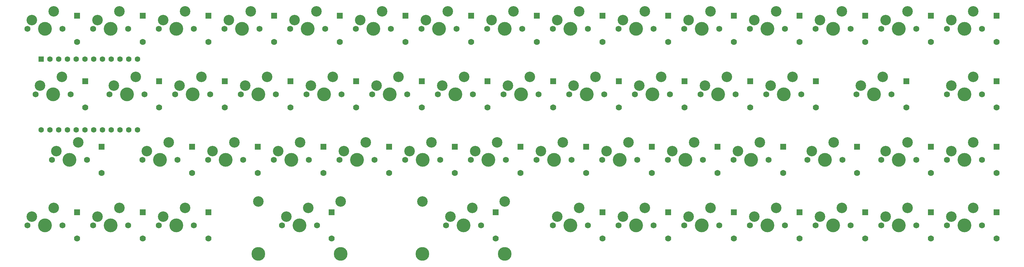
<source format=gts>
%TF.GenerationSoftware,KiCad,Pcbnew,(6.0.10)*%
%TF.CreationDate,2023-01-15T11:01:46+05:00*%
%TF.ProjectId,key55,6b657935-352e-46b6-9963-61645f706362,rev?*%
%TF.SameCoordinates,Original*%
%TF.FileFunction,Soldermask,Top*%
%TF.FilePolarity,Negative*%
%FSLAX46Y46*%
G04 Gerber Fmt 4.6, Leading zero omitted, Abs format (unit mm)*
G04 Created by KiCad (PCBNEW (6.0.10)) date 2023-01-15 11:01:46*
%MOMM*%
%LPD*%
G01*
G04 APERTURE LIST*
%ADD10C,1.750000*%
%ADD11C,4.000000*%
%ADD12C,3.050000*%
%ADD13C,1.778000*%
%ADD14R,1.778000X1.778000*%
%ADD15C,3.987800*%
%ADD16C,3.048000*%
%ADD17R,1.600000X1.600000*%
%ADD18C,1.600000*%
G04 APERTURE END LIST*
D10*
%TO.C,K44*%
X27305000Y-79375000D03*
X17145000Y-79375000D03*
D11*
X22225000Y-79375000D03*
D12*
X24765000Y-74295000D03*
X18415000Y-76835000D03*
%TD*%
D13*
%TO.C,D39*%
X217283000Y-64135000D03*
D14*
X217283000Y-56515000D03*
%TD*%
D10*
%TO.C,K49*%
X169545000Y-79375000D03*
D11*
X174625000Y-79375000D03*
D12*
X170815000Y-76835000D03*
X177165000Y-74295000D03*
D10*
X179705000Y-79375000D03*
%TD*%
D12*
%TO.C,K1*%
X24765000Y-17145000D03*
D10*
X27305000Y-22225000D03*
D12*
X18415000Y-19685000D03*
D11*
X22225000Y-22225000D03*
D10*
X17145000Y-22225000D03*
%TD*%
D12*
%TO.C,K7*%
X139065000Y-17145000D03*
X132715000Y-19685000D03*
D10*
X141605000Y-22225000D03*
X131445000Y-22225000D03*
D11*
X136525000Y-22225000D03*
%TD*%
D13*
%TO.C,D12*%
X241095500Y-26035000D03*
D14*
X241095500Y-18415000D03*
%TD*%
D10*
%TO.C,K10*%
X198755000Y-22225000D03*
D12*
X189865000Y-19685000D03*
D10*
X188595000Y-22225000D03*
D12*
X196215000Y-17145000D03*
D11*
X193675000Y-22225000D03*
%TD*%
D15*
%TO.C,REF\u002A\u002A*%
X131730750Y-87600000D03*
X155606750Y-87600000D03*
D16*
X131730750Y-72390000D03*
X155606750Y-72390000D03*
%TD*%
D13*
%TO.C,D9*%
X183945500Y-26035000D03*
D14*
X183945500Y-18415000D03*
%TD*%
D13*
%TO.C,D54*%
X279195500Y-83185000D03*
D14*
X279195500Y-75565000D03*
%TD*%
D13*
%TO.C,D52*%
X241095500Y-83185000D03*
D14*
X241095500Y-75565000D03*
%TD*%
D10*
%TO.C,K34*%
X107632500Y-60325000D03*
X117792500Y-60325000D03*
D11*
X112712500Y-60325000D03*
D12*
X115252500Y-55245000D03*
X108902500Y-57785000D03*
%TD*%
%TO.C,K11*%
X215265000Y-17145000D03*
D10*
X217805000Y-22225000D03*
D11*
X212725000Y-22225000D03*
D10*
X207645000Y-22225000D03*
D12*
X208915000Y-19685000D03*
%TD*%
D13*
%TO.C,D55*%
X298245500Y-83185000D03*
D14*
X298245500Y-75565000D03*
%TD*%
D13*
%TO.C,D47*%
X105364250Y-83185000D03*
D14*
X105364250Y-75565000D03*
%TD*%
D13*
%TO.C,D33*%
X102983000Y-64135000D03*
D14*
X102983000Y-56515000D03*
%TD*%
D13*
%TO.C,D48*%
X152989250Y-83185000D03*
D14*
X152989250Y-75565000D03*
%TD*%
D10*
%TO.C,K18*%
X60007500Y-41275000D03*
X70167500Y-41275000D03*
D11*
X65087500Y-41275000D03*
D12*
X67627500Y-36195000D03*
X61277500Y-38735000D03*
%TD*%
%TO.C,K54*%
X272415000Y-74295000D03*
D11*
X269875000Y-79375000D03*
D10*
X264795000Y-79375000D03*
D12*
X266065000Y-76835000D03*
D10*
X274955000Y-79375000D03*
%TD*%
D13*
%TO.C,D37*%
X179183000Y-64135000D03*
D14*
X179183000Y-56515000D03*
%TD*%
D13*
%TO.C,D2*%
X50595500Y-26035000D03*
D14*
X50595500Y-18415000D03*
%TD*%
D13*
%TO.C,D19*%
X93458000Y-45085000D03*
D14*
X93458000Y-37465000D03*
%TD*%
D13*
%TO.C,D1*%
X31545500Y-26035000D03*
D14*
X31545500Y-18415000D03*
%TD*%
D13*
%TO.C,D3*%
X69645500Y-26035000D03*
D14*
X69645500Y-18415000D03*
%TD*%
D12*
%TO.C,K27*%
X232727500Y-38735000D03*
X239077500Y-36195000D03*
D10*
X241617500Y-41275000D03*
X231457500Y-41275000D03*
D11*
X236537500Y-41275000D03*
%TD*%
D12*
%TO.C,K22*%
X137477500Y-38735000D03*
D10*
X146367500Y-41275000D03*
X136207500Y-41275000D03*
D11*
X141287500Y-41275000D03*
D12*
X143827500Y-36195000D03*
%TD*%
D13*
%TO.C,D36*%
X160133000Y-64135000D03*
D14*
X160133000Y-56515000D03*
%TD*%
D13*
%TO.C,D14*%
X279195500Y-26035000D03*
D14*
X279195500Y-18415000D03*
%TD*%
D12*
%TO.C,K35*%
X127952500Y-57785000D03*
X134302500Y-55245000D03*
D10*
X126682500Y-60325000D03*
D11*
X131762500Y-60325000D03*
D10*
X136842500Y-60325000D03*
%TD*%
%TO.C,K9*%
X179705000Y-22225000D03*
X169545000Y-22225000D03*
D12*
X170815000Y-19685000D03*
D11*
X174625000Y-22225000D03*
D12*
X177165000Y-17145000D03*
%TD*%
D13*
%TO.C,D13*%
X260145500Y-26035000D03*
D14*
X260145500Y-18415000D03*
%TD*%
D13*
%TO.C,D30*%
X38689250Y-64135000D03*
D14*
X38689250Y-56515000D03*
%TD*%
D12*
%TO.C,K29*%
X285115000Y-38735000D03*
D10*
X283845000Y-41275000D03*
D11*
X288925000Y-41275000D03*
D10*
X294005000Y-41275000D03*
D12*
X291465000Y-36195000D03*
%TD*%
D11*
%TO.C,K39*%
X207962500Y-60325000D03*
D12*
X204152500Y-57785000D03*
D10*
X202882500Y-60325000D03*
D12*
X210502500Y-55245000D03*
D10*
X213042500Y-60325000D03*
%TD*%
D13*
%TO.C,D25*%
X207758000Y-45085000D03*
D14*
X207758000Y-37465000D03*
%TD*%
D12*
%TO.C,K55*%
X291465000Y-74295000D03*
D11*
X288925000Y-79375000D03*
D10*
X294005000Y-79375000D03*
X283845000Y-79375000D03*
D12*
X285115000Y-76835000D03*
%TD*%
D13*
%TO.C,D45*%
X50595500Y-83185000D03*
D14*
X50595500Y-75565000D03*
%TD*%
D10*
%TO.C,K6*%
X112395000Y-22225000D03*
D12*
X113665000Y-19685000D03*
X120015000Y-17145000D03*
D11*
X117475000Y-22225000D03*
D10*
X122555000Y-22225000D03*
%TD*%
D13*
%TO.C,D21*%
X131558000Y-45085000D03*
D14*
X131558000Y-37465000D03*
%TD*%
D12*
%TO.C,K46*%
X56515000Y-76835000D03*
X62865000Y-74295000D03*
D10*
X65405000Y-79375000D03*
D11*
X60325000Y-79375000D03*
D10*
X55245000Y-79375000D03*
%TD*%
D12*
%TO.C,K50*%
X189865000Y-76835000D03*
D10*
X188595000Y-79375000D03*
D11*
X193675000Y-79375000D03*
D10*
X198755000Y-79375000D03*
D12*
X196215000Y-74295000D03*
%TD*%
D13*
%TO.C,D34*%
X122033000Y-64135000D03*
D14*
X122033000Y-56515000D03*
%TD*%
D10*
%TO.C,K25*%
X203517500Y-41275000D03*
X193357500Y-41275000D03*
D12*
X200977500Y-36195000D03*
D11*
X198437500Y-41275000D03*
D12*
X194627500Y-38735000D03*
%TD*%
D13*
%TO.C,D4*%
X88695500Y-26035000D03*
D14*
X88695500Y-18415000D03*
%TD*%
D13*
%TO.C,D31*%
X64883000Y-64135000D03*
D14*
X64883000Y-56515000D03*
%TD*%
D13*
%TO.C,D5*%
X107745500Y-26035000D03*
D14*
X107745500Y-18415000D03*
%TD*%
D13*
%TO.C,D41*%
X257764250Y-64135000D03*
D14*
X257764250Y-56515000D03*
%TD*%
D13*
%TO.C,D15*%
X298245500Y-26035000D03*
D14*
X298245500Y-18415000D03*
%TD*%
D13*
%TO.C,D35*%
X141083000Y-64135000D03*
D14*
X141083000Y-56515000D03*
%TD*%
D13*
%TO.C,D38*%
X198233000Y-64135000D03*
D14*
X198233000Y-56515000D03*
%TD*%
D13*
%TO.C,D16*%
X33926750Y-45085000D03*
D14*
X33926750Y-37465000D03*
%TD*%
D11*
%TO.C,K8*%
X155575000Y-22225000D03*
D12*
X158115000Y-17145000D03*
D10*
X160655000Y-22225000D03*
D12*
X151765000Y-19685000D03*
D10*
X150495000Y-22225000D03*
%TD*%
D13*
%TO.C,D26*%
X226808000Y-45085000D03*
D14*
X226808000Y-37465000D03*
%TD*%
D12*
%TO.C,K43*%
X285115000Y-57785000D03*
D10*
X283845000Y-60325000D03*
X294005000Y-60325000D03*
D11*
X288925000Y-60325000D03*
D12*
X291465000Y-55245000D03*
%TD*%
D10*
%TO.C,K16*%
X29686250Y-41275000D03*
X19526250Y-41275000D03*
D12*
X27146250Y-36195000D03*
X20796250Y-38735000D03*
D11*
X24606250Y-41275000D03*
%TD*%
D13*
%TO.C,D51*%
X222045500Y-83185000D03*
D14*
X222045500Y-75565000D03*
%TD*%
D12*
%TO.C,K12*%
X227965000Y-19685000D03*
D11*
X231775000Y-22225000D03*
D10*
X236855000Y-22225000D03*
X226695000Y-22225000D03*
D12*
X234315000Y-17145000D03*
%TD*%
%TO.C,K15*%
X291465000Y-17145000D03*
X285115000Y-19685000D03*
D11*
X288925000Y-22225000D03*
D10*
X294005000Y-22225000D03*
X283845000Y-22225000D03*
%TD*%
D13*
%TO.C,D53*%
X260145500Y-83185000D03*
D14*
X260145500Y-75565000D03*
%TD*%
D10*
%TO.C,K41*%
X243363750Y-60325000D03*
D12*
X244633750Y-57785000D03*
D10*
X253523750Y-60325000D03*
D12*
X250983750Y-55245000D03*
D11*
X248443750Y-60325000D03*
%TD*%
D13*
%TO.C,D22*%
X150608000Y-45085000D03*
D14*
X150608000Y-37465000D03*
%TD*%
D11*
%TO.C,K52*%
X231775000Y-79375000D03*
D12*
X227965000Y-76835000D03*
D10*
X226695000Y-79375000D03*
X236855000Y-79375000D03*
D12*
X234315000Y-74295000D03*
%TD*%
D13*
%TO.C,D27*%
X245858000Y-45085000D03*
D14*
X245858000Y-37465000D03*
%TD*%
D13*
%TO.C,D44*%
X31545500Y-83185000D03*
D14*
X31545500Y-75565000D03*
%TD*%
D10*
%TO.C,K51*%
X217805000Y-79375000D03*
X207645000Y-79375000D03*
D12*
X208915000Y-76835000D03*
D11*
X212725000Y-79375000D03*
D12*
X215265000Y-74295000D03*
%TD*%
D13*
%TO.C,D42*%
X279195500Y-64135000D03*
D14*
X279195500Y-56515000D03*
%TD*%
D12*
%TO.C,K32*%
X77152500Y-55245000D03*
D11*
X74612500Y-60325000D03*
D12*
X70802500Y-57785000D03*
D10*
X69532500Y-60325000D03*
X79692500Y-60325000D03*
%TD*%
D11*
%TO.C,K36*%
X150812500Y-60325000D03*
D10*
X155892500Y-60325000D03*
X145732500Y-60325000D03*
D12*
X153352500Y-55245000D03*
X147002500Y-57785000D03*
%TD*%
D11*
%TO.C,K28*%
X262731250Y-41275000D03*
D10*
X267811250Y-41275000D03*
X257651250Y-41275000D03*
D12*
X265271250Y-36195000D03*
X258921250Y-38735000D03*
%TD*%
D13*
%TO.C,D17*%
X55358000Y-45085000D03*
D14*
X55358000Y-37465000D03*
%TD*%
D10*
%TO.C,K14*%
X264795000Y-22225000D03*
D12*
X272415000Y-17145000D03*
D10*
X274955000Y-22225000D03*
D12*
X266065000Y-19685000D03*
D11*
X269875000Y-22225000D03*
%TD*%
D13*
%TO.C,D46*%
X69645500Y-83185000D03*
D14*
X69645500Y-75565000D03*
%TD*%
D10*
%TO.C,K26*%
X212407500Y-41275000D03*
X222567500Y-41275000D03*
D12*
X213677500Y-38735000D03*
D11*
X217487500Y-41275000D03*
D12*
X220027500Y-36195000D03*
%TD*%
D11*
%TO.C,K17*%
X46037500Y-41275000D03*
D12*
X42227500Y-38735000D03*
D10*
X51117500Y-41275000D03*
X40957500Y-41275000D03*
D12*
X48577500Y-36195000D03*
%TD*%
D10*
%TO.C,K13*%
X245745000Y-22225000D03*
D12*
X253365000Y-17145000D03*
X247015000Y-19685000D03*
D10*
X255905000Y-22225000D03*
D11*
X250825000Y-22225000D03*
%TD*%
D13*
%TO.C,D32*%
X83933000Y-64135000D03*
D14*
X83933000Y-56515000D03*
%TD*%
D13*
%TO.C,D23*%
X169658000Y-45085000D03*
D14*
X169658000Y-37465000D03*
%TD*%
D10*
%TO.C,K45*%
X36195000Y-79375000D03*
D12*
X37465000Y-76835000D03*
X43815000Y-74295000D03*
D11*
X41275000Y-79375000D03*
D10*
X46355000Y-79375000D03*
%TD*%
D12*
%TO.C,K20*%
X105727500Y-36195000D03*
D10*
X98107500Y-41275000D03*
D11*
X103187500Y-41275000D03*
D10*
X108267500Y-41275000D03*
D12*
X99377500Y-38735000D03*
%TD*%
D13*
%TO.C,D11*%
X222045500Y-26035000D03*
D14*
X222045500Y-18415000D03*
%TD*%
D12*
%TO.C,K24*%
X181927500Y-36195000D03*
D11*
X179387500Y-41275000D03*
D12*
X175577500Y-38735000D03*
D10*
X184467500Y-41275000D03*
X174307500Y-41275000D03*
%TD*%
%TO.C,K48*%
X138588750Y-79375000D03*
D12*
X146208750Y-74295000D03*
D11*
X143668750Y-79375000D03*
D12*
X139858750Y-76835000D03*
D10*
X148748750Y-79375000D03*
%TD*%
%TO.C,K38*%
X183832500Y-60325000D03*
X193992500Y-60325000D03*
D12*
X185102500Y-57785000D03*
X191452500Y-55245000D03*
D11*
X188912500Y-60325000D03*
%TD*%
D13*
%TO.C,D29*%
X298245500Y-45085000D03*
D14*
X298245500Y-37465000D03*
%TD*%
D13*
%TO.C,D6*%
X126795500Y-26035000D03*
D14*
X126795500Y-18415000D03*
%TD*%
D13*
%TO.C,D8*%
X164895500Y-26035000D03*
D14*
X164895500Y-18415000D03*
%TD*%
D13*
%TO.C,D28*%
X272051750Y-45085000D03*
D14*
X272051750Y-37465000D03*
%TD*%
D11*
%TO.C,K4*%
X79375000Y-22225000D03*
D12*
X81915000Y-17145000D03*
X75565000Y-19685000D03*
D10*
X84455000Y-22225000D03*
X74295000Y-22225000D03*
%TD*%
D13*
%TO.C,D50*%
X202995500Y-83185000D03*
D14*
X202995500Y-75565000D03*
%TD*%
D11*
%TO.C,K37*%
X169862500Y-60325000D03*
D10*
X164782500Y-60325000D03*
D12*
X172402500Y-55245000D03*
D10*
X174942500Y-60325000D03*
D12*
X166052500Y-57785000D03*
%TD*%
D16*
%TO.C,REF\u002A\u002A*%
X107981750Y-72390000D03*
X84105750Y-72390000D03*
D15*
X84105750Y-87600000D03*
X107981750Y-87600000D03*
%TD*%
D10*
%TO.C,K2*%
X46355000Y-22225000D03*
D12*
X43815000Y-17145000D03*
D11*
X41275000Y-22225000D03*
D10*
X36195000Y-22225000D03*
D12*
X37465000Y-19685000D03*
%TD*%
D13*
%TO.C,D24*%
X188708000Y-45085000D03*
D14*
X188708000Y-37465000D03*
%TD*%
D12*
%TO.C,K42*%
X272415000Y-55245000D03*
D10*
X274955000Y-60325000D03*
X264795000Y-60325000D03*
D12*
X266065000Y-57785000D03*
D11*
X269875000Y-60325000D03*
%TD*%
D12*
%TO.C,K47*%
X98583750Y-74295000D03*
D11*
X96043750Y-79375000D03*
D10*
X90963750Y-79375000D03*
D12*
X92233750Y-76835000D03*
D10*
X101123750Y-79375000D03*
%TD*%
D12*
%TO.C,K40*%
X229552500Y-55245000D03*
D10*
X221932500Y-60325000D03*
D11*
X227012500Y-60325000D03*
D12*
X223202500Y-57785000D03*
D10*
X232092500Y-60325000D03*
%TD*%
%TO.C,K23*%
X165417500Y-41275000D03*
D12*
X162877500Y-36195000D03*
D10*
X155257500Y-41275000D03*
D11*
X160337500Y-41275000D03*
D12*
X156527500Y-38735000D03*
%TD*%
D10*
%TO.C,K31*%
X50482500Y-60325000D03*
D11*
X55562500Y-60325000D03*
D10*
X60642500Y-60325000D03*
D12*
X51752500Y-57785000D03*
X58102500Y-55245000D03*
%TD*%
D11*
%TO.C,K30*%
X29368750Y-60325000D03*
D10*
X34448750Y-60325000D03*
X24288750Y-60325000D03*
D12*
X31908750Y-55245000D03*
X25558750Y-57785000D03*
%TD*%
D10*
%TO.C,K21*%
X127317500Y-41275000D03*
D12*
X118427500Y-38735000D03*
D10*
X117157500Y-41275000D03*
D11*
X122237500Y-41275000D03*
D12*
X124777500Y-36195000D03*
%TD*%
%TO.C,K19*%
X80327500Y-38735000D03*
D11*
X84137500Y-41275000D03*
D12*
X86677500Y-36195000D03*
D10*
X79057500Y-41275000D03*
X89217500Y-41275000D03*
%TD*%
D13*
%TO.C,D43*%
X298245500Y-64135000D03*
D14*
X298245500Y-56515000D03*
%TD*%
D11*
%TO.C,K3*%
X60325000Y-22225000D03*
D10*
X55245000Y-22225000D03*
X65405000Y-22225000D03*
D12*
X56515000Y-19685000D03*
X62865000Y-17145000D03*
%TD*%
%TO.C,K33*%
X96202500Y-55245000D03*
D10*
X88582500Y-60325000D03*
D11*
X93662500Y-60325000D03*
D12*
X89852500Y-57785000D03*
D10*
X98742500Y-60325000D03*
%TD*%
D13*
%TO.C,D49*%
X183945500Y-83185000D03*
D14*
X183945500Y-75565000D03*
%TD*%
D11*
%TO.C,K53*%
X250825000Y-79375000D03*
D10*
X255905000Y-79375000D03*
D12*
X253365000Y-74295000D03*
D10*
X245745000Y-79375000D03*
D12*
X247015000Y-76835000D03*
%TD*%
D10*
%TO.C,K5*%
X103505000Y-22225000D03*
X93345000Y-22225000D03*
D12*
X94615000Y-19685000D03*
D11*
X98425000Y-22225000D03*
D12*
X100965000Y-17145000D03*
%TD*%
D13*
%TO.C,D10*%
X202995500Y-26035000D03*
D14*
X202995500Y-18415000D03*
%TD*%
D13*
%TO.C,D18*%
X74408000Y-45085000D03*
D14*
X74408000Y-37465000D03*
%TD*%
D13*
%TO.C,D20*%
X112508000Y-45085000D03*
D14*
X112508000Y-37465000D03*
%TD*%
D13*
%TO.C,D7*%
X145845500Y-26035000D03*
D14*
X145845500Y-18415000D03*
%TD*%
D13*
%TO.C,D40*%
X236333000Y-64135000D03*
D14*
X236333000Y-56515000D03*
%TD*%
D17*
%TO.C,U1*%
X21138000Y-30988000D03*
D18*
X23678000Y-30988000D03*
X26218000Y-30988000D03*
X28758000Y-30988000D03*
X31298000Y-30988000D03*
X33838000Y-30988000D03*
X36378000Y-30988000D03*
X38918000Y-30988000D03*
X41458000Y-30988000D03*
X43998000Y-30988000D03*
X46538000Y-30988000D03*
X49078000Y-30988000D03*
X49078000Y-51562000D03*
X46538000Y-51562000D03*
X43998000Y-51562000D03*
X41458000Y-51562000D03*
X38918000Y-51562000D03*
X36378000Y-51562000D03*
X33838000Y-51562000D03*
X31298000Y-51562000D03*
X28758000Y-51562000D03*
X26218000Y-51562000D03*
X23678000Y-51562000D03*
X21138000Y-51562000D03*
%TD*%
M02*

</source>
